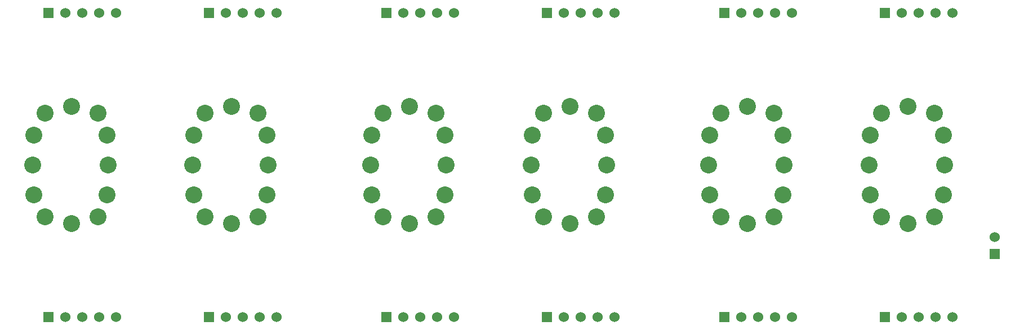
<source format=gbr>
G04 start of page 3 for group 5 layer_idx 2 *
G04 Title: (unknown), Intern *
G04 Creator: pcb-rnd 1.2.7 *
G04 CreationDate: 2018-01-15 01:10:50 UTC *
G04 For: newell *
G04 Format: Gerber/RS-274X *
G04 PCB-Dimensions: 625000 200000 *
G04 PCB-Coordinate-Origin: lower left *
%MOIN*%
%FSLAX25Y25*%
%LNGROUP5*%
%ADD24C,0.1181*%
%ADD23C,0.0433*%
%ADD22C,0.0280*%
%ADD21C,0.1000*%
%ADD20C,0.0600*%
%ADD19C,0.0001*%
G54D19*G36*
X342000Y193000D02*Y187000D01*
X348000D01*
Y193000D01*
X342000D01*
G37*
G54D20*X355000Y190000D03*
X365000D03*
X375000D03*
X385000D03*
G54D19*G36*
X247000Y193000D02*Y187000D01*
X253000D01*
Y193000D01*
X247000D01*
G37*
G54D20*X260000Y190000D03*
X270000D03*
X280000D03*
X290000D03*
G54D19*G36*
X342000Y13000D02*Y7000D01*
X348000D01*
Y13000D01*
X342000D01*
G37*
G36*
X247000D02*Y7000D01*
X253000D01*
Y13000D01*
X247000D01*
G37*
G54D20*X260000Y10000D03*
X270000D03*
X280000D03*
X290000D03*
X355000D03*
X365000D03*
X375000D03*
X385000D03*
G54D21*X379870Y82290D03*
X343010Y69230D03*
X336380Y82290D03*
X374490Y69230D03*
X335880Y100000D03*
X336380Y117710D03*
X343010Y130770D03*
X358750Y134710D03*
X374490Y130770D03*
X379870Y117710D03*
X380370Y100000D03*
X358750Y65290D03*
X284870Y82290D03*
X248010Y69230D03*
X241380Y82290D03*
X279490Y69230D03*
X263750Y65290D03*
X240880Y100000D03*
X241380Y117710D03*
X248010Y130770D03*
X263750Y134710D03*
X279490Y130770D03*
X284870Y117710D03*
X285370Y100000D03*
G54D19*G36*
X542000Y13000D02*Y7000D01*
X548000D01*
Y13000D01*
X542000D01*
G37*
G54D20*X555000Y10000D03*
X565000D03*
X575000D03*
X585000D03*
G54D19*G36*
X447000Y13000D02*Y7000D01*
X453000D01*
Y13000D01*
X447000D01*
G37*
G54D20*X460000Y10000D03*
X470000D03*
X480000D03*
X490000D03*
G54D19*G36*
X542000Y193000D02*Y187000D01*
X548000D01*
Y193000D01*
X542000D01*
G37*
G54D20*X555000Y190000D03*
X565000D03*
X575000D03*
X585000D03*
G54D19*G36*
X447000Y193000D02*Y187000D01*
X453000D01*
Y193000D01*
X447000D01*
G37*
G54D20*X460000Y190000D03*
X470000D03*
X480000D03*
X490000D03*
G54D19*G36*
X607000Y50500D02*Y44500D01*
X613000D01*
Y50500D01*
X607000D01*
G37*
G54D20*X610000Y57500D03*
G54D21*X579870Y82290D03*
X574490Y130770D03*
X579870Y117710D03*
X580370Y100000D03*
X574490Y69230D03*
X543010D03*
X536380Y82290D03*
X558750Y65290D03*
X535880Y100000D03*
X536380Y117710D03*
X543010Y130770D03*
X558750Y134710D03*
X484870Y82290D03*
X448010Y69230D03*
X441380Y82290D03*
X479490Y69230D03*
X440880Y100000D03*
X441380Y117710D03*
X448010Y130770D03*
X463750Y134710D03*
X479490Y130770D03*
X484870Y117710D03*
X485370Y100000D03*
X463750Y65290D03*
G54D19*G36*
X142000Y193000D02*Y187000D01*
X148000D01*
Y193000D01*
X142000D01*
G37*
G54D20*X155000Y190000D03*
X165000D03*
X175000D03*
X185000D03*
G54D19*G36*
X47000Y193000D02*Y187000D01*
X53000D01*
Y193000D01*
X47000D01*
G37*
G54D20*X60000Y190000D03*
X70000D03*
X80000D03*
X90000D03*
G54D21*X179500Y82290D03*
X142640Y69230D03*
X174120D03*
X158380Y65290D03*
X136010Y82290D03*
X84870D03*
X48010Y69230D03*
X41380Y82290D03*
X79490Y69230D03*
X63750Y65290D03*
X135510Y100000D03*
X180000D03*
X40880D03*
X85370D03*
X136010Y117710D03*
X41380D03*
X84870D03*
X142640Y130770D03*
X48010D03*
X63750Y134710D03*
X79490Y130770D03*
X158380Y134710D03*
X174120Y130770D03*
X179500Y117710D03*
G54D19*G36*
X142000Y13000D02*Y7000D01*
X148000D01*
Y13000D01*
X142000D01*
G37*
G54D20*X60000Y10000D03*
X70000D03*
X80000D03*
X90000D03*
X155000D03*
X165000D03*
X175000D03*
X185000D03*
G54D19*G36*
X47000Y13000D02*Y7000D01*
X53000D01*
Y13000D01*
X47000D01*
G37*
G54D22*G54D23*G54D22*G54D24*G54D22*G54D24*G54D22*G54D23*G54D22*G54D24*G54D23*G54D22*G54D24*M02*

</source>
